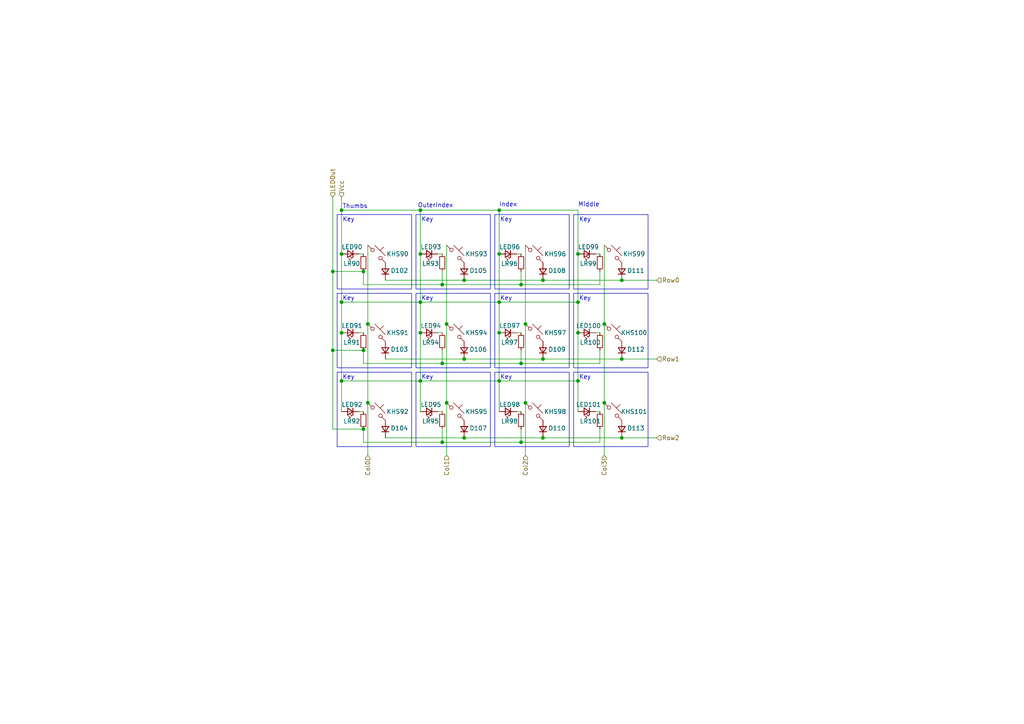
<source format=kicad_sch>
(kicad_sch (version 20250114) (generator "eeschema") (generator_version "9.0")
  (paper "A4")
  (lib_symbols
    (symbol "Device:D_Small" (pin_numbers (hide yes)) (pin_names (offset 0.254) (hide yes))
      (property "Reference" "D" (at -1.27 2.032 0))
      (property "Value" "D_Small" (at -3.81 -2.032 0))
      (symbol "D_Small_0_1"
        (polyline (pts (xy -0.762 0) (xy 0.762 0)))
        (polyline (pts (xy -0.762 -1.016) (xy -0.762 1.016)) (stroke (width 0.254)))
        (polyline (pts (xy 0.762 -1.016) (xy -0.762 0) (xy 0.762 1.016) (xy 0.762 -1.016)) (stroke (width 0.254)))
      )
      (symbol "D_Small_1_1"
        (pin passive line (at -2.54 0 0) (length 1.778) (name "K") (number "1"))
        (pin passive line (at 2.54 0 180) (length 1.778) (name "A") (number "2"))
      )
    )
    (symbol "Device:LED_Small" (pin_numbers (hide yes)) (pin_names (offset 0.254) (hide yes))
      (property "Reference" "D" (at -1.27 3.175 0))
      (property "Value" "LED_Small" (at -4.445 -2.54 0))
      (symbol "LED_Small_0_1"
        (polyline (pts (xy -0.762 -1.016) (xy -0.762 1.016)) (stroke (width 0.254)))
        (polyline (pts (xy 0 0.762) (xy -0.508 1.27) (xy -0.254 1.27) (xy -0.508 1.27) (xy -0.508 1.016)))
        (polyline (pts (xy 0.508 1.27) (xy 0 1.778) (xy 0.254 1.778) (xy 0 1.778) (xy 0 1.524)))
        (polyline (pts (xy 0.762 -1.016) (xy -0.762 0) (xy 0.762 1.016) (xy 0.762 -1.016)) (stroke (width 0.254)))
        (polyline (pts (xy 1.016 0) (xy -0.762 0)))
      )
      (symbol "LED_Small_1_1"
        (pin passive line (at -2.54 0 0) (length 1.778) (name "K") (number "1"))
        (pin passive line (at 2.54 0 180) (length 1.778) (name "A") (number "2"))
      )
    )
    (symbol "Device:R_Small" (pin_numbers (hide yes)) (pin_names (offset 0.254) (hide yes))
      (property "Reference" "R" (at 0.762 0.508 0))
      (property "Value" "R_Small" (at 0.762 -1.016 0))
      (symbol "R_Small_0_1"
        (rectangle (start -0.762 1.778) (end 0.762 -1.778) (stroke (width 0.2032)))
      )
      (symbol "R_Small_1_1"
        (pin passive line (at 0 2.54 270) (length 0.762) (name "~") (number "1"))
        (pin passive line (at 0 -2.54 90) (length 0.762) (name "~") (number "2"))
      )
    )
    (symbol "Keyboard:choc_v1_SW_HS_CPG135001S30" (pin_numbers (hide yes)) (pin_names (offset 1.016) (hide yes))
      (property "Reference" "KHS1" (at 0 7.62 0))
      (property "Value" "KHS" (at 0 5.08 0))
      (symbol "choc_v1_SW_HS_CPG135001S30_0_1"
        (polyline (pts (xy -2.54 2.54) (xy -1.524 1.524) (xy -1.524 1.524)))
        (circle (center -1.1684 1.1684) (radius 0.508))
        (polyline (pts (xy -0.508 2.54) (xy 2.54 -0.508)))
        (polyline (pts (xy 1.016 1.016) (xy 2.032 2.032)))
        (circle (center 1.143 -1.1938) (radius 0.508))
        (polyline (pts (xy 1.524 -1.524) (xy 2.54 -2.54) (xy 2.54 -2.54) (xy 2.54 -2.54)))
        (pin passive line (at -2.54 2.54 0) (length 0) (name "1") (number "1"))
        (pin passive line (at 2.54 -2.54 180) (length 0) (name "2") (number "2"))
      )
    )
  )
  (rectangle (start 97.79 107.95) (end 119.38 129.54))
  (rectangle (start 143.51 85.09) (end 165.1 106.68))
  (rectangle (start 120.65 85.09) (end 142.24 106.68))
  (rectangle (start 166.37 62.23) (end 187.96 83.82))
  (rectangle (start 120.65 107.95) (end 142.24 129.54))
  (rectangle (start 143.51 107.95) (end 165.1 129.54))
  (rectangle (start 120.65 62.23) (end 142.24 83.82))
  (rectangle (start 97.79 62.23) (end 119.38 83.82))
  (rectangle (start 166.37 107.95) (end 187.96 129.54))
  (rectangle (start 97.79 85.09) (end 119.38 106.68))
  (rectangle (start 166.37 85.09) (end 187.96 106.68))
  (rectangle (start 143.51 62.23) (end 165.1 83.82))
  (text "Key" (at 146.812 86.614 0) (effects (font (size 1.27 1.27))))
  (text "Index" (at 144.78 59.436 0) (effects (font (size 1.27 1.27)) (justify left)))
  (text "Key" (at 169.672 86.614 0) (effects (font (size 1.27 1.27))))
  (text "Key" (at 101.092 63.754 0) (effects (font (size 1.27 1.27))))
  (text "Key" (at 123.952 63.754 0) (effects (font (size 1.27 1.27))))
  (text "Key" (at 101.092 86.614 0) (effects (font (size 1.27 1.27))))
  (text "Key" (at 123.952 109.474 0) (effects (font (size 1.27 1.27))))
  (text "Key" (at 123.952 86.614 0) (effects (font (size 1.27 1.27))))
  (text "Thumbs\n" (at 99.314 59.944 0) (effects (font (size 1.27 1.27)) (justify left)))
  (text "Key" (at 169.672 63.754 0) (effects (font (size 1.27 1.27))))
  (text "Key" (at 146.812 109.474 0) (effects (font (size 1.27 1.27))))
  (text "Middle" (at 167.64 59.436 0) (effects (font (size 1.27 1.27)) (justify left)))
  (text "Key" (at 146.812 63.754 0) (effects (font (size 1.27 1.27))))
  (text "OuterIndex\n" (at 121.158 59.69 0) (effects (font (size 1.27 1.27)) (justify left)))
  (text "Key" (at 169.672 109.474 0) (effects (font (size 1.27 1.27))))
  (text "Key" (at 101.092 109.474 0) (effects (font (size 1.27 1.27))))
  (junction (at 144.78 96.52))
  (junction (at 121.92 60.96))
  (junction (at 105.41 101.6))
  (junction (at 121.92 87.63))
  (junction (at 99.06 110.49))
  (junction (at 144.78 73.66))
  (junction (at 167.64 87.63))
  (junction (at 96.52 101.6))
  (junction (at 134.62 127))
  (junction (at 105.41 124.46))
  (junction (at 134.62 104.14))
  (junction (at 151.13 82.55))
  (junction (at 106.68 93.98))
  (junction (at 167.64 96.52))
  (junction (at 180.34 127))
  (junction (at 167.64 73.66))
  (junction (at 157.48 104.14))
  (junction (at 180.34 81.28))
  (junction (at 128.27 105.41))
  (junction (at 128.27 128.27))
  (junction (at 134.62 81.28))
  (junction (at 152.4 116.84))
  (junction (at 144.78 87.63))
  (junction (at 105.41 78.74))
  (junction (at 121.92 96.52))
  (junction (at 167.64 110.49))
  (junction (at 157.48 127))
  (junction (at 99.06 96.52))
  (junction (at 180.34 104.14))
  (junction (at 175.26 116.84))
  (junction (at 144.78 110.49))
  (junction (at 121.92 110.49))
  (junction (at 157.48 81.28))
  (junction (at 151.13 105.41))
  (junction (at 121.92 73.66))
  (junction (at 152.4 93.98))
  (junction (at 175.26 93.98))
  (junction (at 129.54 116.84))
  (junction (at 129.54 93.98))
  (junction (at 128.27 82.55))
  (junction (at 151.13 128.27))
  (junction (at 144.78 60.96))
  (junction (at 96.52 78.74))
  (junction (at 106.68 116.84))
  (junction (at 99.06 73.66))
  (junction (at 99.06 87.63))
  (junction (at 99.06 60.96))
  (wire (pts (xy 99.06 60.96) (xy 121.92 60.96)))
  (wire (pts (xy 128.27 78.74) (xy 128.27 82.55)))
  (wire (pts (xy 99.06 96.52) (xy 99.06 110.49)))
  (wire (pts (xy 96.52 101.6) (xy 96.52 124.46)))
  (wire (pts (xy 173.99 124.46) (xy 173.99 128.27)))
  (wire (pts (xy 121.92 60.96) (xy 144.78 60.96)))
  (wire (pts (xy 105.41 78.74) (xy 105.41 82.55)))
  (wire (pts (xy 180.34 127) (xy 190.5 127)))
  (wire (pts (xy 151.13 119.38) (xy 149.86 119.38)))
  (wire (pts (xy 129.54 116.84) (xy 129.54 132.08)))
  (wire (pts (xy 105.41 124.46) (xy 105.41 128.27)))
  (wire (pts (xy 175.26 93.98) (xy 175.26 116.84)))
  (wire (pts (xy 99.06 110.49) (xy 99.06 119.38)))
  (wire (pts (xy 105.41 73.66) (xy 104.14 73.66)))
  (wire (pts (xy 144.78 110.49) (xy 144.78 119.38)))
  (wire (pts (xy 99.06 73.66) (xy 99.06 87.63)))
  (wire (pts (xy 128.27 96.52) (xy 127 96.52)))
  (wire (pts (xy 121.92 96.52) (xy 121.92 110.49)))
  (wire (pts (xy 99.06 87.63) (xy 121.92 87.63)))
  (wire (pts (xy 144.78 60.96) (xy 144.78 73.66)))
  (wire (pts (xy 152.4 93.98) (xy 152.4 116.84)))
  (wire (pts (xy 144.78 87.63) (xy 167.64 87.63)))
  (wire (pts (xy 121.92 110.49) (xy 121.92 119.38)))
  (wire (pts (xy 175.26 71.12) (xy 175.26 93.98)))
  (wire (pts (xy 144.78 60.96) (xy 167.64 60.96)))
  (wire (pts (xy 144.78 73.66) (xy 144.78 87.63)))
  (wire (pts (xy 96.52 78.74) (xy 96.52 101.6)))
  (wire (pts (xy 151.13 78.74) (xy 151.13 82.55)))
  (wire (pts (xy 128.27 124.46) (xy 128.27 128.27)))
  (wire (pts (xy 157.48 127) (xy 180.34 127)))
  (wire (pts (xy 151.13 124.46) (xy 151.13 128.27)))
  (wire (pts (xy 129.54 93.98) (xy 129.54 116.84)))
  (wire (pts (xy 99.06 57.15) (xy 99.06 60.96)))
  (wire (pts (xy 99.06 87.63) (xy 99.06 96.52)))
  (wire (pts (xy 151.13 101.6) (xy 151.13 105.41)))
  (wire (pts (xy 144.78 87.63) (xy 144.78 96.52)))
  (wire (pts (xy 106.68 116.84) (xy 106.68 132.08)))
  (wire (pts (xy 106.68 93.98) (xy 106.68 116.84)))
  (wire (pts (xy 173.99 73.66) (xy 172.72 73.66)))
  (wire (pts (xy 128.27 101.6) (xy 128.27 105.41)))
  (wire (pts (xy 167.64 96.52) (xy 167.64 110.49)))
  (wire (pts (xy 105.41 101.6) (xy 105.41 105.41)))
  (wire (pts (xy 173.99 101.6) (xy 173.99 105.41)))
  (wire (pts (xy 175.26 116.84) (xy 175.26 132.08)))
  (wire (pts (xy 96.52 57.15) (xy 96.52 78.74)))
  (wire (pts (xy 106.68 71.12) (xy 106.68 93.98)))
  (wire (pts (xy 121.92 110.49) (xy 144.78 110.49)))
  (wire (pts (xy 151.13 82.55) (xy 173.99 82.55)))
  (wire (pts (xy 173.99 119.38) (xy 172.72 119.38)))
  (wire (pts (xy 157.48 104.14) (xy 180.34 104.14)))
  (wire (pts (xy 157.48 81.28) (xy 180.34 81.28)))
  (wire (pts (xy 152.4 116.84) (xy 152.4 132.08)))
  (wire (pts (xy 105.41 96.52) (xy 104.14 96.52)))
  (wire (pts (xy 167.64 110.49) (xy 167.64 119.38)))
  (wire (pts (xy 180.34 104.14) (xy 190.5 104.14)))
  (wire (pts (xy 180.34 81.28) (xy 190.5 81.28)))
  (wire (pts (xy 173.99 96.52) (xy 172.72 96.52)))
  (wire (pts (xy 134.62 81.28) (xy 157.48 81.28)))
  (wire (pts (xy 151.13 96.52) (xy 149.86 96.52)))
  (wire (pts (xy 111.76 81.28) (xy 134.62 81.28)))
  (wire (pts (xy 144.78 110.49) (xy 167.64 110.49)))
  (wire (pts (xy 144.78 96.52) (xy 144.78 110.49)))
  (wire (pts (xy 121.92 87.63) (xy 144.78 87.63)))
  (wire (pts (xy 128.27 105.41) (xy 151.13 105.41)))
  (wire (pts (xy 151.13 128.27) (xy 173.99 128.27)))
  (wire (pts (xy 128.27 128.27) (xy 151.13 128.27)))
  (wire (pts (xy 152.4 71.12) (xy 152.4 93.98)))
  (wire (pts (xy 129.54 71.12) (xy 129.54 93.98)))
  (wire (pts (xy 99.06 110.49) (xy 121.92 110.49)))
  (wire (pts (xy 173.99 78.74) (xy 173.99 82.55)))
  (wire (pts (xy 105.41 105.41) (xy 128.27 105.41)))
  (wire (pts (xy 105.41 128.27) (xy 128.27 128.27)))
  (wire (pts (xy 128.27 73.66) (xy 127 73.66)))
  (wire (pts (xy 121.92 73.66) (xy 121.92 87.63)))
  (wire (pts (xy 111.76 127) (xy 134.62 127)))
  (wire (pts (xy 167.64 73.66) (xy 167.64 87.63)))
  (wire (pts (xy 128.27 119.38) (xy 127 119.38)))
  (wire (pts (xy 111.76 104.14) (xy 134.62 104.14)))
  (wire (pts (xy 121.92 87.63) (xy 121.92 96.52)))
  (wire (pts (xy 96.52 124.46) (xy 105.41 124.46)))
  (wire (pts (xy 151.13 73.66) (xy 149.86 73.66)))
  (wire (pts (xy 167.64 87.63) (xy 167.64 96.52)))
  (wire (pts (xy 167.64 60.96) (xy 167.64 73.66)))
  (wire (pts (xy 96.52 78.74) (xy 105.41 78.74)))
  (wire (pts (xy 134.62 104.14) (xy 157.48 104.14)))
  (wire (pts (xy 151.13 105.41) (xy 173.99 105.41)))
  (wire (pts (xy 134.62 127) (xy 157.48 127)))
  (wire (pts (xy 128.27 82.55) (xy 151.13 82.55)))
  (wire (pts (xy 121.92 60.96) (xy 121.92 73.66)))
  (wire (pts (xy 96.52 101.6) (xy 105.41 101.6)))
  (wire (pts (xy 105.41 119.38) (xy 104.14 119.38)))
  (wire (pts (xy 99.06 60.96) (xy 99.06 73.66)))
  (wire (pts (xy 105.41 82.55) (xy 128.27 82.55)))
  (hierarchical_label "Col3" (shape input) (at 175.26 132.08 270))
  (hierarchical_label "Col0" (shape input) (at 106.68 132.08 270))
  (hierarchical_label "Vcc" (shape input) (at 99.06 57.15 90))
  (hierarchical_label "Row1" (shape input) (at 190.5 104.14 0))
  (hierarchical_label "Row2" (shape input) (at 190.5 127 0))
  (hierarchical_label "Row0" (shape input) (at 190.5 81.28 0))
  (hierarchical_label "Col1" (shape input) (at 129.54 132.08 270))
  (hierarchical_label "LEDOut" (shape input) (at 96.52 57.15 90))
  (hierarchical_label "Col2" (shape input) (at 152.4 132.08 270))
  (symbol (lib_id "Keyboard:choc_v1_SW_HS_CPG135001S30") (at 132.08 96.52 0) (unit 1)
    (property "Reference" "KHS94" (at 138.176 96.52 0))
    (property "Value" "KHS" (effects (hide yes)))
    (property "Footprint" "Keyboard:CPG1316S01D02_mikeholscher" (effects (hide yes)))
    (property "Description" "Push button switch, normally open, two pins, 45° tilted" (effects (hide yes)))
  )
  (symbol (lib_id "Device:D_Small") (at 134.62 124.46 90) (unit 1)
    (property "Reference" "D107" (at 136.144 124.206 90) (effects (justify right)))
    (property "Value" "D_Small" (effects (hide yes)))
    (property "Footprint" "Diode_SMD:D_SOD-523" (effects (hide yes)))
    (property "Description" "Diode, small symbol" (effects (hide yes)))
    (property "Sim.Device" "D" (effects (hide yes)))
    (property "Sim.Pins" "1=K 2=A" (effects (hide yes)))
  )
  (symbol (lib_id "Device:D_Small") (at 111.76 101.6 90) (unit 1)
    (property "Reference" "D103" (at 113.284 101.346 90) (effects (justify right)))
    (property "Value" "D_Small" (effects (hide yes)))
    (property "Footprint" "Diode_SMD:D_SOD-523" (effects (hide yes)))
    (property "Description" "Diode, small symbol" (effects (hide yes)))
    (property "Sim.Device" "D" (effects (hide yes)))
    (property "Sim.Pins" "1=K 2=A" (effects (hide yes)))
  )
  (symbol (lib_id "Device:LED_Small") (at 101.6 96.52 180) (unit 1)
    (property "Reference" "LED91" (at 102.108 94.488 0))
    (property "Value" "LED_Small" (effects (hide yes)))
    (property "Footprint" "LED_SMD:LED_0402_1005Metric" (effects (hide yes)))
    (property "Description" "Light emitting diode, small symbol" (effects (hide yes)))
    (property "Sim.Pin" "1=K 2=A" (effects (hide yes)))
  )
  (symbol (lib_id "Device:LED_Small") (at 170.18 119.38 180) (unit 1)
    (property "Reference" "LED101" (at 170.688 117.348 0))
    (property "Value" "LED_Small" (effects (hide yes)))
    (property "Footprint" "LED_SMD:LED_0402_1005Metric" (effects (hide yes)))
    (property "Description" "Light emitting diode, small symbol" (effects (hide yes)))
    (property "Sim.Pin" "1=K 2=A" (effects (hide yes)))
  )
  (symbol (lib_id "Device:LED_Small") (at 101.6 73.66 180) (unit 1)
    (property "Reference" "LED90" (at 102.108 71.628 0))
    (property "Value" "LED_Small" (effects (hide yes)))
    (property "Footprint" "LED_SMD:LED_0402_1005Metric" (effects (hide yes)))
    (property "Description" "Light emitting diode, small symbol" (effects (hide yes)))
    (property "Sim.Pin" "1=K 2=A" (effects (hide yes)))
  )
  (symbol (lib_id "Device:D_Small") (at 111.76 78.74 90) (unit 1)
    (property "Reference" "D102" (at 113.284 78.486 90) (effects (justify right)))
    (property "Value" "D_Small" (effects (hide yes)))
    (property "Footprint" "Diode_SMD:D_SOD-523" (effects (hide yes)))
    (property "Description" "Diode, small symbol" (effects (hide yes)))
    (property "Sim.Device" "D" (effects (hide yes)))
    (property "Sim.Pins" "1=K 2=A" (effects (hide yes)))
  )
  (symbol (lib_id "Device:R_Small") (at 151.13 76.2 0) (unit 1)
    (property "Reference" "LR96" (at 145.288 76.454 0) (effects (justify left)))
    (property "Value" "R_Small" (effects (hide yes)))
    (property "Footprint" "Resistor_SMD:R_0402_1005Metric" (effects (hide yes)))
    (property "Description" "Resistor, small symbol" (effects (hide yes)))
  )
  (symbol (lib_id "Device:LED_Small") (at 170.18 96.52 180) (unit 1)
    (property "Reference" "LED100" (at 170.688 94.488 0))
    (property "Value" "LED_Small" (effects (hide yes)))
    (property "Footprint" "LED_SMD:LED_0402_1005Metric" (effects (hide yes)))
    (property "Description" "Light emitting diode, small symbol" (effects (hide yes)))
    (property "Sim.Pin" "1=K 2=A" (effects (hide yes)))
  )
  (symbol (lib_id "Device:R_Small") (at 128.27 121.92 0) (unit 1)
    (property "Reference" "LR95" (at 122.428 122.174 0) (effects (justify left)))
    (property "Value" "R_Small" (effects (hide yes)))
    (property "Footprint" "Resistor_SMD:R_0402_1005Metric" (effects (hide yes)))
    (property "Description" "Resistor, small symbol" (effects (hide yes)))
  )
  (symbol (lib_id "Keyboard:choc_v1_SW_HS_CPG135001S30") (at 132.08 119.38 0) (unit 1)
    (property "Reference" "KHS95" (at 138.176 119.38 0))
    (property "Value" "KHS" (effects (hide yes)))
    (property "Footprint" "Keyboard:CPG1316S01D02_mikeholscher" (effects (hide yes)))
    (property "Description" "Push button switch, normally open, two pins, 45° tilted" (effects (hide yes)))
  )
  (symbol (lib_id "Device:R_Small") (at 105.41 121.92 0) (unit 1)
    (property "Reference" "LR92" (at 99.568 122.174 0) (effects (justify left)))
    (property "Value" "R_Small" (effects (hide yes)))
    (property "Footprint" "Resistor_SMD:R_0402_1005Metric" (effects (hide yes)))
    (property "Description" "Resistor, small symbol" (effects (hide yes)))
  )
  (symbol (lib_id "Device:R_Small") (at 128.27 76.2 0) (unit 1)
    (property "Reference" "LR93" (at 122.428 76.454 0) (effects (justify left)))
    (property "Value" "R_Small" (effects (hide yes)))
    (property "Footprint" "Resistor_SMD:R_0402_1005Metric" (effects (hide yes)))
    (property "Description" "Resistor, small symbol" (effects (hide yes)))
  )
  (symbol (lib_id "Keyboard:choc_v1_SW_HS_CPG135001S30") (at 154.94 119.38 0) (unit 1)
    (property "Reference" "KHS98" (at 161.036 119.38 0))
    (property "Value" "KHS" (effects (hide yes)))
    (property "Footprint" "Keyboard:CPG1316S01D02_mikeholscher" (effects (hide yes)))
    (property "Description" "Push button switch, normally open, two pins, 45° tilted" (effects (hide yes)))
  )
  (symbol (lib_id "Device:D_Small") (at 134.62 101.6 90) (unit 1)
    (property "Reference" "D106" (at 136.144 101.346 90) (effects (justify right)))
    (property "Value" "D_Small" (effects (hide yes)))
    (property "Footprint" "Diode_SMD:D_SOD-523" (effects (hide yes)))
    (property "Description" "Diode, small symbol" (effects (hide yes)))
    (property "Sim.Device" "D" (effects (hide yes)))
    (property "Sim.Pins" "1=K 2=A" (effects (hide yes)))
  )
  (symbol (lib_id "Device:LED_Small") (at 147.32 96.52 180) (unit 1)
    (property "Reference" "LED97" (at 147.828 94.488 0))
    (property "Value" "LED_Small" (effects (hide yes)))
    (property "Footprint" "LED_SMD:LED_0402_1005Metric" (effects (hide yes)))
    (property "Description" "Light emitting diode, small symbol" (effects (hide yes)))
    (property "Sim.Pin" "1=K 2=A" (effects (hide yes)))
  )
  (symbol (lib_id "Keyboard:choc_v1_SW_HS_CPG135001S30") (at 177.8 96.52 0) (unit 1)
    (property "Reference" "KHS100" (at 183.896 96.52 0))
    (property "Value" "KHS" (effects (hide yes)))
    (property "Footprint" "Keyboard:CPG1316S01D02_mikeholscher" (effects (hide yes)))
    (property "Description" "Push button switch, normally open, two pins, 45° tilted" (effects (hide yes)))
  )
  (symbol (lib_id "Keyboard:choc_v1_SW_HS_CPG135001S30") (at 154.94 96.52 0) (unit 1)
    (property "Reference" "KHS97" (at 161.036 96.52 0))
    (property "Value" "KHS" (effects (hide yes)))
    (property "Footprint" "Keyboard:CPG1316S01D02_mikeholscher" (effects (hide yes)))
    (property "Description" "Push button switch, normally open, two pins, 45° tilted" (effects (hide yes)))
  )
  (symbol (lib_id "Device:LED_Small") (at 124.46 73.66 180) (unit 1)
    (property "Reference" "LED93" (at 124.968 71.628 0))
    (property "Value" "LED_Small" (effects (hide yes)))
    (property "Footprint" "LED_SMD:LED_0402_1005Metric" (effects (hide yes)))
    (property "Description" "Light emitting diode, small symbol" (effects (hide yes)))
    (property "Sim.Pin" "1=K 2=A" (effects (hide yes)))
  )
  (symbol (lib_id "Device:D_Small") (at 180.34 101.6 90) (unit 1)
    (property "Reference" "D112" (at 181.864 101.346 90) (effects (justify right)))
    (property "Value" "D_Small" (effects (hide yes)))
    (property "Footprint" "Diode_SMD:D_SOD-523" (effects (hide yes)))
    (property "Description" "Diode, small symbol" (effects (hide yes)))
    (property "Sim.Device" "D" (effects (hide yes)))
    (property "Sim.Pins" "1=K 2=A" (effects (hide yes)))
  )
  (symbol (lib_id "Device:D_Small") (at 111.76 124.46 90) (unit 1)
    (property "Reference" "D104" (at 113.284 124.206 90) (effects (justify right)))
    (property "Value" "D_Small" (effects (hide yes)))
    (property "Footprint" "Diode_SMD:D_SOD-523" (effects (hide yes)))
    (property "Description" "Diode, small symbol" (effects (hide yes)))
    (property "Sim.Device" "D" (effects (hide yes)))
    (property "Sim.Pins" "1=K 2=A" (effects (hide yes)))
  )
  (symbol (lib_id "Device:LED_Small") (at 147.32 73.66 180) (unit 1)
    (property "Reference" "LED96" (at 147.828 71.628 0))
    (property "Value" "LED_Small" (effects (hide yes)))
    (property "Footprint" "LED_SMD:LED_0402_1005Metric" (effects (hide yes)))
    (property "Description" "Light emitting diode, small symbol" (effects (hide yes)))
    (property "Sim.Pin" "1=K 2=A" (effects (hide yes)))
  )
  (symbol (lib_id "Device:LED_Small") (at 124.46 96.52 180) (unit 1)
    (property "Reference" "LED94" (at 124.968 94.488 0))
    (property "Value" "LED_Small" (effects (hide yes)))
    (property "Footprint" "LED_SMD:LED_0402_1005Metric" (effects (hide yes)))
    (property "Description" "Light emitting diode, small symbol" (effects (hide yes)))
    (property "Sim.Pin" "1=K 2=A" (effects (hide yes)))
  )
  (symbol (lib_id "Device:D_Small") (at 180.34 124.46 90) (unit 1)
    (property "Reference" "D113" (at 181.864 124.206 90) (effects (justify right)))
    (property "Value" "D_Small" (effects (hide yes)))
    (property "Footprint" "Diode_SMD:D_SOD-523" (effects (hide yes)))
    (property "Description" "Diode, small symbol" (effects (hide yes)))
    (property "Sim.Device" "D" (effects (hide yes)))
    (property "Sim.Pins" "1=K 2=A" (effects (hide yes)))
  )
  (symbol (lib_id "Keyboard:choc_v1_SW_HS_CPG135001S30") (at 177.8 119.38 0) (unit 1)
    (property "Reference" "KHS101" (at 183.896 119.38 0))
    (property "Value" "KHS" (effects (hide yes)))
    (property "Footprint" "Keyboard:CPG1316S01D02_mikeholscher" (effects (hide yes)))
    (property "Description" "Push button switch, normally open, two pins, 45° tilted" (effects (hide yes)))
  )
  (symbol (lib_id "Device:D_Small") (at 180.34 78.74 90) (unit 1)
    (property "Reference" "D111" (at 181.864 78.486 90) (effects (justify right)))
    (property "Value" "D_Small" (effects (hide yes)))
    (property "Footprint" "Diode_SMD:D_SOD-523" (effects (hide yes)))
    (property "Description" "Diode, small symbol" (effects (hide yes)))
    (property "Sim.Device" "D" (effects (hide yes)))
    (property "Sim.Pins" "1=K 2=A" (effects (hide yes)))
  )
  (symbol (lib_id "Device:R_Small") (at 105.41 99.06 0) (unit 1)
    (property "Reference" "LR91" (at 99.568 99.314 0) (effects (justify left)))
    (property "Value" "R_Small" (effects (hide yes)))
    (property "Footprint" "Resistor_SMD:R_0402_1005Metric" (effects (hide yes)))
    (property "Description" "Resistor, small symbol" (effects (hide yes)))
  )
  (symbol (lib_id "Device:D_Small") (at 157.48 124.46 90) (unit 1)
    (property "Reference" "D110" (at 159.004 124.206 90) (effects (justify right)))
    (property "Value" "D_Small" (effects (hide yes)))
    (property "Footprint" "Diode_SMD:D_SOD-523" (effects (hide yes)))
    (property "Description" "Diode, small symbol" (effects (hide yes)))
    (property "Sim.Device" "D" (effects (hide yes)))
    (property "Sim.Pins" "1=K 2=A" (effects (hide yes)))
  )
  (symbol (lib_id "Device:R_Small") (at 128.27 99.06 0) (unit 1)
    (property "Reference" "LR94" (at 122.428 99.314 0) (effects (justify left)))
    (property "Value" "R_Small" (effects (hide yes)))
    (property "Footprint" "Resistor_SMD:R_0402_1005Metric" (effects (hide yes)))
    (property "Description" "Resistor, small symbol" (effects (hide yes)))
  )
  (symbol (lib_id "Keyboard:choc_v1_SW_HS_CPG135001S30") (at 109.22 73.66 0) (unit 1)
    (property "Reference" "KHS90" (at 115.316 73.66 0))
    (property "Value" "KHS" (effects (hide yes)))
    (property "Footprint" "Keyboard:CPG1316S01D02_mikeholscher" (effects (hide yes)))
    (property "Description" "Push button switch, normally open, two pins, 45° tilted" (effects (hide yes)))
  )
  (symbol (lib_id "Device:LED_Small") (at 101.6 119.38 180) (unit 1)
    (property "Reference" "LED92" (at 102.108 117.348 0))
    (property "Value" "LED_Small" (effects (hide yes)))
    (property "Footprint" "LED_SMD:LED_0402_1005Metric" (effects (hide yes)))
    (property "Description" "Light emitting diode, small symbol" (effects (hide yes)))
    (property "Sim.Pin" "1=K 2=A" (effects (hide yes)))
  )
  (symbol (lib_id "Device:LED_Small") (at 147.32 119.38 180) (unit 1)
    (property "Reference" "LED98" (at 147.828 117.348 0))
    (property "Value" "LED_Small" (effects (hide yes)))
    (property "Footprint" "LED_SMD:LED_0402_1005Metric" (effects (hide yes)))
    (property "Description" "Light emitting diode, small symbol" (effects (hide yes)))
    (property "Sim.Pin" "1=K 2=A" (effects (hide yes)))
  )
  (symbol (lib_id "Keyboard:choc_v1_SW_HS_CPG135001S30") (at 177.8 73.66 0) (unit 1)
    (property "Reference" "KHS99" (at 183.896 73.66 0))
    (property "Value" "KHS" (effects (hide yes)))
    (property "Footprint" "Keyboard:CPG1316S01D02_mikeholscher" (effects (hide yes)))
    (property "Description" "Push button switch, normally open, two pins, 45° tilted" (effects (hide yes)))
  )
  (symbol (lib_id "Device:LED_Small") (at 124.46 119.38 180) (unit 1)
    (property "Reference" "LED95" (at 124.968 117.348 0))
    (property "Value" "LED_Small" (effects (hide yes)))
    (property "Footprint" "LED_SMD:LED_0402_1005Metric" (effects (hide yes)))
    (property "Description" "Light emitting diode, small symbol" (effects (hide yes)))
    (property "Sim.Pin" "1=K 2=A" (effects (hide yes)))
  )
  (symbol (lib_id "Keyboard:choc_v1_SW_HS_CPG135001S30") (at 132.08 73.66 0) (unit 1)
    (property "Reference" "KHS93" (at 138.176 73.66 0))
    (property "Value" "KHS" (effects (hide yes)))
    (property "Footprint" "Keyboard:CPG1316S01D02_mikeholscher" (effects (hide yes)))
    (property "Description" "Push button switch, normally open, two pins, 45° tilted" (effects (hide yes)))
  )
  (symbol (lib_id "Device:R_Small") (at 173.99 121.92 0) (unit 1)
    (property "Reference" "LR101" (at 168.148 122.174 0) (effects (justify left)))
    (property "Value" "R_Small" (effects (hide yes)))
    (property "Footprint" "Resistor_SMD:R_0402_1005Metric" (effects (hide yes)))
    (property "Description" "Resistor, small symbol" (effects (hide yes)))
  )
  (symbol (lib_id "Device:R_Small") (at 151.13 99.06 0) (unit 1)
    (property "Reference" "LR97" (at 145.288 99.314 0) (effects (justify left)))
    (property "Value" "R_Small" (effects (hide yes)))
    (property "Footprint" "Resistor_SMD:R_0402_1005Metric" (effects (hide yes)))
    (property "Description" "Resistor, small symbol" (effects (hide yes)))
  )
  (symbol (lib_id "Device:R_Small") (at 151.13 121.92 0) (unit 1)
    (property "Reference" "LR98" (at 145.288 122.174 0) (effects (justify left)))
    (property "Value" "R_Small" (effects (hide yes)))
    (property "Footprint" "Resistor_SMD:R_0402_1005Metric" (effects (hide yes)))
    (property "Description" "Resistor, small symbol" (effects (hide yes)))
  )
  (symbol (lib_id "Keyboard:choc_v1_SW_HS_CPG135001S30") (at 154.94 73.66 0) (unit 1)
    (property "Reference" "KHS96" (at 161.036 73.66 0))
    (property "Value" "KHS" (effects (hide yes)))
    (property "Footprint" "Keyboard:CPG1316S01D02_mikeholscher" (effects (hide yes)))
    (property "Description" "Push button switch, normally open, two pins, 45° tilted" (effects (hide yes)))
  )
  (symbol (lib_id "Keyboard:choc_v1_SW_HS_CPG135001S30") (at 109.22 96.52 0) (unit 1)
    (property "Reference" "KHS91" (at 115.316 96.52 0))
    (property "Value" "KHS" (effects (hide yes)))
    (property "Footprint" "Keyboard:CPG1316S01D02_mikeholscher" (effects (hide yes)))
    (property "Description" "Push button switch, normally open, two pins, 45° tilted" (effects (hide yes)))
  )
  (symbol (lib_id "Device:R_Small") (at 173.99 99.06 0) (unit 1)
    (property "Reference" "LR100" (at 168.148 99.314 0) (effects (justify left)))
    (property "Value" "R_Small" (effects (hide yes)))
    (property "Footprint" "Resistor_SMD:R_0402_1005Metric" (effects (hide yes)))
    (property "Description" "Resistor, small symbol" (effects (hide yes)))
  )
  (symbol (lib_id "Device:R_Small") (at 173.99 76.2 0) (unit 1)
    (property "Reference" "LR99" (at 168.148 76.454 0) (effects (justify left)))
    (property "Value" "R_Small" (effects (hide yes)))
    (property "Footprint" "Resistor_SMD:R_0402_1005Metric" (effects (hide yes)))
    (property "Description" "Resistor, small symbol" (effects (hide yes)))
  )
  (symbol (lib_id "Device:LED_Small") (at 170.18 73.66 180) (unit 1)
    (property "Reference" "LED99" (at 170.688 71.628 0))
    (property "Value" "LED_Small" (effects (hide yes)))
    (property "Footprint" "LED_SMD:LED_0402_1005Metric" (effects (hide yes)))
    (property "Description" "Light emitting diode, small symbol" (effects (hide yes)))
    (property "Sim.Pin" "1=K 2=A" (effects (hide yes)))
  )
  (symbol (lib_id "Device:D_Small") (at 134.62 78.74 90) (unit 1)
    (property "Reference" "D105" (at 136.144 78.486 90) (effects (justify right)))
    (property "Value" "D_Small" (effects (hide yes)))
    (property "Footprint" "Diode_SMD:D_SOD-523" (effects (hide yes)))
    (property "Description" "Diode, small symbol" (effects (hide yes)))
    (property "Sim.Device" "D" (effects (hide yes)))
    (property "Sim.Pins" "1=K 2=A" (effects (hide yes)))
  )
  (symbol (lib_id "Keyboard:choc_v1_SW_HS_CPG135001S30") (at 109.22 119.38 0) (unit 1)
    (property "Reference" "KHS92" (at 115.316 119.38 0))
    (property "Value" "KHS" (effects (hide yes)))
    (property "Footprint" "Keyboard:CPG1316S01D02_mikeholscher" (effects (hide yes)))
    (property "Description" "Push button switch, normally open, two pins, 45° tilted" (effects (hide yes)))
  )
  (symbol (lib_id "Device:D_Small") (at 157.48 101.6 90) (unit 1)
    (property "Reference" "D109" (at 159.004 101.346 90) (effects (justify right)))
    (property "Value" "D_Small" (effects (hide yes)))
    (property "Footprint" "Diode_SMD:D_SOD-523" (effects (hide yes)))
    (property "Description" "Diode, small symbol" (effects (hide yes)))
    (property "Sim.Device" "D" (effects (hide yes)))
    (property "Sim.Pins" "1=K 2=A" (effects (hide yes)))
  )
  (symbol (lib_id "Device:D_Small") (at 157.48 78.74 90) (unit 1)
    (property "Reference" "D108" (at 159.004 78.486 90) (effects (justify right)))
    (property "Value" "D_Small" (effects (hide yes)))
    (property "Footprint" "Diode_SMD:D_SOD-523" (effects (hide yes)))
    (property "Description" "Diode, small symbol" (effects (hide yes)))
    (property "Sim.Device" "D" (effects (hide yes)))
    (property "Sim.Pins" "1=K 2=A" (effects (hide yes)))
  )
  (symbol (lib_id "Device:R_Small") (at 105.41 76.2 0) (unit 1)
    (property "Reference" "LR90" (at 99.568 76.454 0) (effects (justify left)))
    (property "Value" "R_Small" (effects (hide yes)))
    (property "Footprint" "Resistor_SMD:R_0402_1005Metric" (effects (hide yes)))
    (property "Description" "Resistor, small symbol" (effects (hide yes)))
  )
)
</source>
